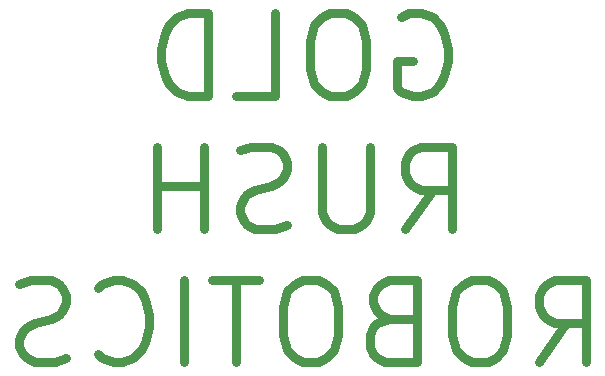
<source format=gbr>
%TF.GenerationSoftware,KiCad,Pcbnew,8.0.5+1*%
%TF.CreationDate,2024-09-26T11:29:30-04:00*%
%TF.ProjectId,GRRCoaster,47525243-6f61-4737-9465-722e6b696361,rev?*%
%TF.SameCoordinates,Original*%
%TF.FileFunction,Legend,Bot*%
%TF.FilePolarity,Positive*%
%FSLAX46Y46*%
G04 Gerber Fmt 4.6, Leading zero omitted, Abs format (unit mm)*
G04 Created by KiCad (PCBNEW 8.0.5+1) date 2024-09-26 11:29:30*
%MOMM*%
%LPD*%
G01*
G04 APERTURE LIST*
%ADD10C,0.800000*%
G04 APERTURE END LIST*
D10*
X55166666Y-30895851D02*
X55833333Y-30562518D01*
X55833333Y-30562518D02*
X56833333Y-30562518D01*
X56833333Y-30562518D02*
X57833333Y-30895851D01*
X57833333Y-30895851D02*
X58500000Y-31562518D01*
X58500000Y-31562518D02*
X58833333Y-32229185D01*
X58833333Y-32229185D02*
X59166666Y-33562518D01*
X59166666Y-33562518D02*
X59166666Y-34562518D01*
X59166666Y-34562518D02*
X58833333Y-35895851D01*
X58833333Y-35895851D02*
X58500000Y-36562518D01*
X58500000Y-36562518D02*
X57833333Y-37229185D01*
X57833333Y-37229185D02*
X56833333Y-37562518D01*
X56833333Y-37562518D02*
X56166666Y-37562518D01*
X56166666Y-37562518D02*
X55166666Y-37229185D01*
X55166666Y-37229185D02*
X54833333Y-36895851D01*
X54833333Y-36895851D02*
X54833333Y-34562518D01*
X54833333Y-34562518D02*
X56166666Y-34562518D01*
X50500000Y-30562518D02*
X49166666Y-30562518D01*
X49166666Y-30562518D02*
X48500000Y-30895851D01*
X48500000Y-30895851D02*
X47833333Y-31562518D01*
X47833333Y-31562518D02*
X47500000Y-32895851D01*
X47500000Y-32895851D02*
X47500000Y-35229185D01*
X47500000Y-35229185D02*
X47833333Y-36562518D01*
X47833333Y-36562518D02*
X48500000Y-37229185D01*
X48500000Y-37229185D02*
X49166666Y-37562518D01*
X49166666Y-37562518D02*
X50500000Y-37562518D01*
X50500000Y-37562518D02*
X51166666Y-37229185D01*
X51166666Y-37229185D02*
X51833333Y-36562518D01*
X51833333Y-36562518D02*
X52166666Y-35229185D01*
X52166666Y-35229185D02*
X52166666Y-32895851D01*
X52166666Y-32895851D02*
X51833333Y-31562518D01*
X51833333Y-31562518D02*
X51166666Y-30895851D01*
X51166666Y-30895851D02*
X50500000Y-30562518D01*
X41166667Y-37562518D02*
X44500000Y-37562518D01*
X44500000Y-37562518D02*
X44500000Y-30562518D01*
X38833333Y-37562518D02*
X38833333Y-30562518D01*
X38833333Y-30562518D02*
X37166666Y-30562518D01*
X37166666Y-30562518D02*
X36166666Y-30895851D01*
X36166666Y-30895851D02*
X35500000Y-31562518D01*
X35500000Y-31562518D02*
X35166666Y-32229185D01*
X35166666Y-32229185D02*
X34833333Y-33562518D01*
X34833333Y-33562518D02*
X34833333Y-34562518D01*
X34833333Y-34562518D02*
X35166666Y-35895851D01*
X35166666Y-35895851D02*
X35500000Y-36562518D01*
X35500000Y-36562518D02*
X36166666Y-37229185D01*
X36166666Y-37229185D02*
X37166666Y-37562518D01*
X37166666Y-37562518D02*
X38833333Y-37562518D01*
X55499999Y-48832126D02*
X57833332Y-45498793D01*
X59499999Y-48832126D02*
X59499999Y-41832126D01*
X59499999Y-41832126D02*
X56833332Y-41832126D01*
X56833332Y-41832126D02*
X56166666Y-42165459D01*
X56166666Y-42165459D02*
X55833332Y-42498793D01*
X55833332Y-42498793D02*
X55499999Y-43165459D01*
X55499999Y-43165459D02*
X55499999Y-44165459D01*
X55499999Y-44165459D02*
X55833332Y-44832126D01*
X55833332Y-44832126D02*
X56166666Y-45165459D01*
X56166666Y-45165459D02*
X56833332Y-45498793D01*
X56833332Y-45498793D02*
X59499999Y-45498793D01*
X52499999Y-41832126D02*
X52499999Y-47498793D01*
X52499999Y-47498793D02*
X52166666Y-48165459D01*
X52166666Y-48165459D02*
X51833332Y-48498793D01*
X51833332Y-48498793D02*
X51166666Y-48832126D01*
X51166666Y-48832126D02*
X49833332Y-48832126D01*
X49833332Y-48832126D02*
X49166666Y-48498793D01*
X49166666Y-48498793D02*
X48833332Y-48165459D01*
X48833332Y-48165459D02*
X48499999Y-47498793D01*
X48499999Y-47498793D02*
X48499999Y-41832126D01*
X45499999Y-48498793D02*
X44499999Y-48832126D01*
X44499999Y-48832126D02*
X42833333Y-48832126D01*
X42833333Y-48832126D02*
X42166666Y-48498793D01*
X42166666Y-48498793D02*
X41833333Y-48165459D01*
X41833333Y-48165459D02*
X41499999Y-47498793D01*
X41499999Y-47498793D02*
X41499999Y-46832126D01*
X41499999Y-46832126D02*
X41833333Y-46165459D01*
X41833333Y-46165459D02*
X42166666Y-45832126D01*
X42166666Y-45832126D02*
X42833333Y-45498793D01*
X42833333Y-45498793D02*
X44166666Y-45165459D01*
X44166666Y-45165459D02*
X44833333Y-44832126D01*
X44833333Y-44832126D02*
X45166666Y-44498793D01*
X45166666Y-44498793D02*
X45499999Y-43832126D01*
X45499999Y-43832126D02*
X45499999Y-43165459D01*
X45499999Y-43165459D02*
X45166666Y-42498793D01*
X45166666Y-42498793D02*
X44833333Y-42165459D01*
X44833333Y-42165459D02*
X44166666Y-41832126D01*
X44166666Y-41832126D02*
X42499999Y-41832126D01*
X42499999Y-41832126D02*
X41499999Y-42165459D01*
X38499999Y-48832126D02*
X38499999Y-41832126D01*
X38499999Y-45165459D02*
X34499999Y-45165459D01*
X34499999Y-48832126D02*
X34499999Y-41832126D01*
X66833332Y-60101734D02*
X69166665Y-56768401D01*
X70833332Y-60101734D02*
X70833332Y-53101734D01*
X70833332Y-53101734D02*
X68166665Y-53101734D01*
X68166665Y-53101734D02*
X67499999Y-53435067D01*
X67499999Y-53435067D02*
X67166665Y-53768401D01*
X67166665Y-53768401D02*
X66833332Y-54435067D01*
X66833332Y-54435067D02*
X66833332Y-55435067D01*
X66833332Y-55435067D02*
X67166665Y-56101734D01*
X67166665Y-56101734D02*
X67499999Y-56435067D01*
X67499999Y-56435067D02*
X68166665Y-56768401D01*
X68166665Y-56768401D02*
X70833332Y-56768401D01*
X62499999Y-53101734D02*
X61166665Y-53101734D01*
X61166665Y-53101734D02*
X60499999Y-53435067D01*
X60499999Y-53435067D02*
X59833332Y-54101734D01*
X59833332Y-54101734D02*
X59499999Y-55435067D01*
X59499999Y-55435067D02*
X59499999Y-57768401D01*
X59499999Y-57768401D02*
X59833332Y-59101734D01*
X59833332Y-59101734D02*
X60499999Y-59768401D01*
X60499999Y-59768401D02*
X61166665Y-60101734D01*
X61166665Y-60101734D02*
X62499999Y-60101734D01*
X62499999Y-60101734D02*
X63166665Y-59768401D01*
X63166665Y-59768401D02*
X63833332Y-59101734D01*
X63833332Y-59101734D02*
X64166665Y-57768401D01*
X64166665Y-57768401D02*
X64166665Y-55435067D01*
X64166665Y-55435067D02*
X63833332Y-54101734D01*
X63833332Y-54101734D02*
X63166665Y-53435067D01*
X63166665Y-53435067D02*
X62499999Y-53101734D01*
X54166666Y-56435067D02*
X53166666Y-56768401D01*
X53166666Y-56768401D02*
X52833332Y-57101734D01*
X52833332Y-57101734D02*
X52499999Y-57768401D01*
X52499999Y-57768401D02*
X52499999Y-58768401D01*
X52499999Y-58768401D02*
X52833332Y-59435067D01*
X52833332Y-59435067D02*
X53166666Y-59768401D01*
X53166666Y-59768401D02*
X53833332Y-60101734D01*
X53833332Y-60101734D02*
X56499999Y-60101734D01*
X56499999Y-60101734D02*
X56499999Y-53101734D01*
X56499999Y-53101734D02*
X54166666Y-53101734D01*
X54166666Y-53101734D02*
X53499999Y-53435067D01*
X53499999Y-53435067D02*
X53166666Y-53768401D01*
X53166666Y-53768401D02*
X52833332Y-54435067D01*
X52833332Y-54435067D02*
X52833332Y-55101734D01*
X52833332Y-55101734D02*
X53166666Y-55768401D01*
X53166666Y-55768401D02*
X53499999Y-56101734D01*
X53499999Y-56101734D02*
X54166666Y-56435067D01*
X54166666Y-56435067D02*
X56499999Y-56435067D01*
X48166666Y-53101734D02*
X46833332Y-53101734D01*
X46833332Y-53101734D02*
X46166666Y-53435067D01*
X46166666Y-53435067D02*
X45499999Y-54101734D01*
X45499999Y-54101734D02*
X45166666Y-55435067D01*
X45166666Y-55435067D02*
X45166666Y-57768401D01*
X45166666Y-57768401D02*
X45499999Y-59101734D01*
X45499999Y-59101734D02*
X46166666Y-59768401D01*
X46166666Y-59768401D02*
X46833332Y-60101734D01*
X46833332Y-60101734D02*
X48166666Y-60101734D01*
X48166666Y-60101734D02*
X48833332Y-59768401D01*
X48833332Y-59768401D02*
X49499999Y-59101734D01*
X49499999Y-59101734D02*
X49833332Y-57768401D01*
X49833332Y-57768401D02*
X49833332Y-55435067D01*
X49833332Y-55435067D02*
X49499999Y-54101734D01*
X49499999Y-54101734D02*
X48833332Y-53435067D01*
X48833332Y-53435067D02*
X48166666Y-53101734D01*
X43166666Y-53101734D02*
X39166666Y-53101734D01*
X41166666Y-60101734D02*
X41166666Y-53101734D01*
X36833333Y-60101734D02*
X36833333Y-53101734D01*
X29500000Y-59435067D02*
X29833333Y-59768401D01*
X29833333Y-59768401D02*
X30833333Y-60101734D01*
X30833333Y-60101734D02*
X31500000Y-60101734D01*
X31500000Y-60101734D02*
X32500000Y-59768401D01*
X32500000Y-59768401D02*
X33166667Y-59101734D01*
X33166667Y-59101734D02*
X33500000Y-58435067D01*
X33500000Y-58435067D02*
X33833333Y-57101734D01*
X33833333Y-57101734D02*
X33833333Y-56101734D01*
X33833333Y-56101734D02*
X33500000Y-54768401D01*
X33500000Y-54768401D02*
X33166667Y-54101734D01*
X33166667Y-54101734D02*
X32500000Y-53435067D01*
X32500000Y-53435067D02*
X31500000Y-53101734D01*
X31500000Y-53101734D02*
X30833333Y-53101734D01*
X30833333Y-53101734D02*
X29833333Y-53435067D01*
X29833333Y-53435067D02*
X29500000Y-53768401D01*
X26833333Y-59768401D02*
X25833333Y-60101734D01*
X25833333Y-60101734D02*
X24166667Y-60101734D01*
X24166667Y-60101734D02*
X23500000Y-59768401D01*
X23500000Y-59768401D02*
X23166667Y-59435067D01*
X23166667Y-59435067D02*
X22833333Y-58768401D01*
X22833333Y-58768401D02*
X22833333Y-58101734D01*
X22833333Y-58101734D02*
X23166667Y-57435067D01*
X23166667Y-57435067D02*
X23500000Y-57101734D01*
X23500000Y-57101734D02*
X24166667Y-56768401D01*
X24166667Y-56768401D02*
X25500000Y-56435067D01*
X25500000Y-56435067D02*
X26166667Y-56101734D01*
X26166667Y-56101734D02*
X26500000Y-55768401D01*
X26500000Y-55768401D02*
X26833333Y-55101734D01*
X26833333Y-55101734D02*
X26833333Y-54435067D01*
X26833333Y-54435067D02*
X26500000Y-53768401D01*
X26500000Y-53768401D02*
X26166667Y-53435067D01*
X26166667Y-53435067D02*
X25500000Y-53101734D01*
X25500000Y-53101734D02*
X23833333Y-53101734D01*
X23833333Y-53101734D02*
X22833333Y-53435067D01*
%LPC*%
%LPD*%
M02*

</source>
